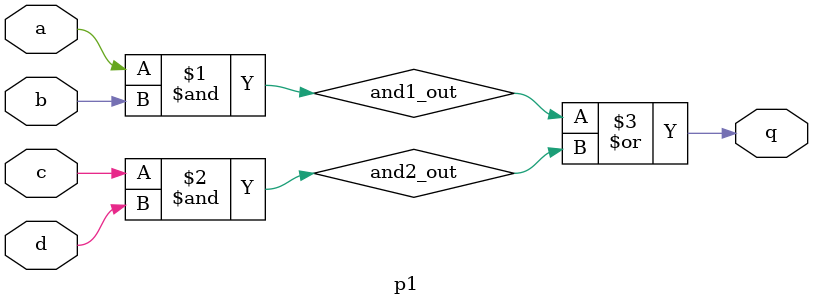
<source format=v>
module p1(
    input a,
    input b,
    input c,
    input d,
    output q
);
wire and1_out , and2_out;
and and1(and1_out , a , b);

and and2(and2_out ,c ,d);

or or1(q , and1_out , and2_out);

endmodule
</source>
